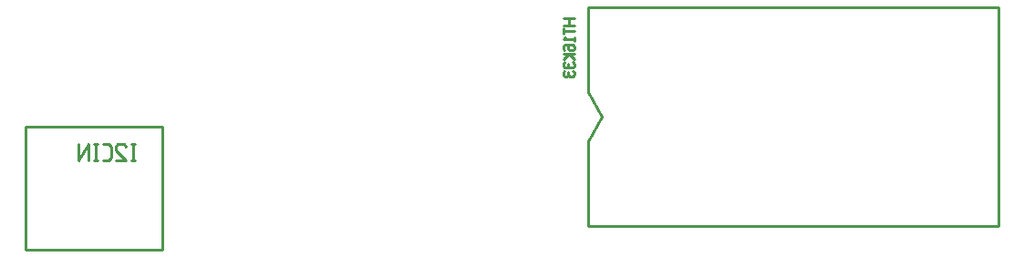
<source format=gbr>
G04 start of page 15 for group -4078 idx -4078 *
G04 Title: (unknown), bottomsilk *
G04 Creator: pcb 20140316 *
G04 CreationDate: Thu 02 Mar 2017 04:20:42 AM GMT UTC *
G04 For: vince *
G04 Format: Gerber/RS-274X *
G04 PCB-Dimensions (mil): 6900.00 3900.00 *
G04 PCB-Coordinate-Origin: lower left *
%MOIN*%
%FSLAX25Y25*%
%LNBOTTOMSILK*%
%ADD137C,0.0100*%
G54D137*X64000Y78500D02*X114000D01*
X64000D02*Y33500D01*
X114000D01*
Y78500D02*Y33500D01*
X269500Y122000D02*X419500D01*
Y42000D02*Y122000D01*
X269500Y42000D02*X419500D01*
X269500D02*Y73000D01*
X274500Y82000D01*
X269500Y91000D01*
Y122000D01*
X102500Y72000D02*X104000D01*
X103250Y66000D02*Y72000D01*
X102500Y66000D02*X104000D01*
X100700Y71250D02*X99950Y72000D01*
X97700D02*X99950D01*
X97700D02*X96950Y71250D01*
Y69750D02*Y71250D01*
X100700Y66000D02*X96950Y69750D01*
Y66000D02*X100700D01*
X92150D02*X94100D01*
X95150Y67050D02*X94100Y66000D01*
X95150Y67050D02*Y70950D01*
X94100Y72000D01*
X92150D02*X94100D01*
X88850D02*X90350D01*
X89600Y66000D02*Y72000D01*
X88850Y66000D02*X90350D01*
X87050D02*Y72000D01*
X83300Y66000D01*
Y72000D01*
X260500Y118000D02*X264500D01*
X260500Y115500D02*X264500D01*
X262500D02*Y118000D01*
X260500Y112300D02*Y114300D01*
Y113300D02*X264500D01*
X261300Y111100D02*X260500Y110300D01*
X264500D01*
Y109600D02*Y111100D01*
X260500Y106900D02*X261000Y106400D01*
X260500Y106900D02*Y107900D01*
X261000Y108400D02*X260500Y107900D01*
X261000Y108400D02*X264000D01*
X264500Y107900D01*
X262300Y106900D02*X262800Y106400D01*
X262300Y106900D02*Y108400D01*
X264500Y106900D02*Y107900D01*
Y106900D02*X264000Y106400D01*
X262800D02*X264000D01*
X260500Y105200D02*X264500D01*
X262500D02*X260500Y103200D01*
X262500Y105200D02*X264500Y103200D01*
X261000Y102000D02*X260500Y101500D01*
Y100500D02*Y101500D01*
Y100500D02*X261000Y100000D01*
X264500Y100500D02*X264000Y100000D01*
X264500Y100500D02*Y101500D01*
X264000Y102000D02*X264500Y101500D01*
X262300Y100500D02*Y101500D01*
X261000Y100000D02*X261800D01*
X262800D02*X264000D01*
X262800D02*X262300Y100500D01*
X261800Y100000D02*X262300Y100500D01*
X261000Y98800D02*X260500Y98300D01*
Y97300D02*Y98300D01*
Y97300D02*X261000Y96800D01*
X264500Y97300D02*X264000Y96800D01*
X264500Y97300D02*Y98300D01*
X264000Y98800D02*X264500Y98300D01*
X262300Y97300D02*Y98300D01*
X261000Y96800D02*X261800D01*
X262800D02*X264000D01*
X262800D02*X262300Y97300D01*
X261800Y96800D02*X262300Y97300D01*
M02*

</source>
